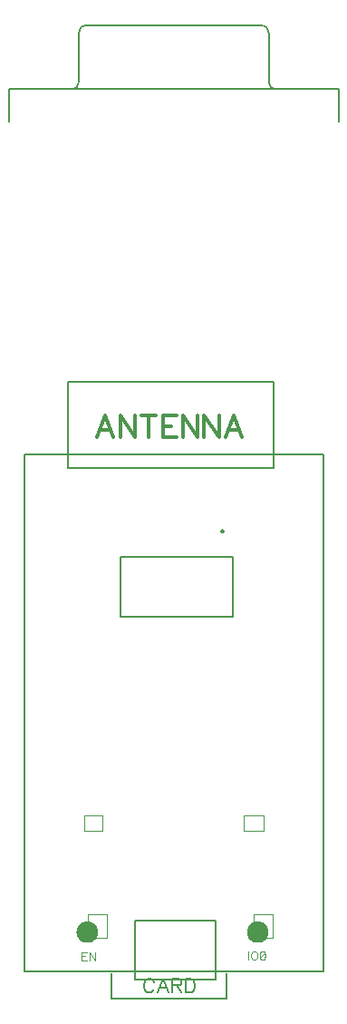
<source format=gbr>
G04 DipTrace 5.1.0.3*
G04 TopAssembly.gbr*
%MOIN*%
G04 #@! TF.FileFunction,Drawing,Top*
G04 #@! TF.Part,Single*
%ADD13C,0.005*%
%ADD25C,0.000013*%
%ADD62C,0.004632*%
%ADD65C,0.00772*%
%ADD66C,0.012351*%
%FSLAX26Y26*%
G04*
G70*
G90*
G75*
G01*
G04 TopAssy*
%LPD*%
X412764Y3518438D2*
D13*
Y3637173D1*
X1625362D2*
Y3518438D1*
X1368292Y3844868D2*
G03X1340402Y3872396I-26326J1220D01*
G01*
X1368292Y3663832D2*
G03X1394969Y3636303I26054J-1442D01*
G01*
X697725Y3872396D2*
G03X669835Y3844868I-1564J-26308D01*
G01*
X643158Y3636303D2*
G03X669108Y3662165I2615J23326D01*
G01*
X1368292Y3663832D2*
Y3844868D1*
X669835Y3663832D2*
Y3844868D1*
X412764Y3636303D2*
X1625362Y3637173D1*
X697725Y3872396D2*
X1340402D1*
X791189Y387690D2*
Y293225D1*
X1212452D1*
Y387690D1*
X690280Y967516D2*
D25*
X757529D1*
Y911178D1*
X690280D1*
Y967516D1*
X1277272Y967800D2*
X1348339D1*
Y911603D1*
X1277272D1*
Y967800D1*
X1314609Y605107D2*
X1382761D1*
Y517871D1*
X1314609D1*
Y605107D1*
X703327Y604894D2*
X771549D1*
Y517871D1*
X703327D1*
Y604894D1*
X848236Y574705D2*
D3*
X1163108Y575768D2*
D3*
X468702Y393766D2*
D13*
X1568702D1*
Y2293628D1*
X468702D1*
Y393766D1*
X631172Y2243498D2*
X1387423D1*
Y2562523D1*
X631172D1*
Y2243498D1*
G36*
X740183Y539176D2*
X739845Y534028D1*
X738839Y528969D1*
X737181Y524085D1*
X734899Y519458D1*
X732033Y515169D1*
X728632Y511291D1*
X724754Y507890D1*
X720465Y505024D1*
X715839Y502742D1*
X710954Y501084D1*
X705895Y500078D1*
X700748Y499741D1*
X695600Y500078D1*
X690541Y501084D1*
X685656Y502742D1*
X681030Y505024D1*
X676741Y507890D1*
X672863Y511291D1*
X669462Y515169D1*
X666596Y519458D1*
X664314Y524085D1*
X662656Y528969D1*
X661650Y534028D1*
X661313Y539176D1*
X661312Y539237D1*
X661650Y544385D1*
X662656Y549444D1*
X664314Y554329D1*
X666596Y558955D1*
X669462Y563244D1*
X672863Y567122D1*
X676741Y570523D1*
X681030Y573389D1*
X685656Y575671D1*
X690541Y577329D1*
X695600Y578335D1*
X700748Y578672D1*
X705895Y578335D1*
X710954Y577329D1*
X715839Y575671D1*
X720465Y573389D1*
X724754Y570523D1*
X728632Y567122D1*
X732033Y563244D1*
X734899Y558955D1*
X737181Y554329D1*
X738839Y549444D1*
X739845Y544385D1*
X740183Y539237D1*
Y539176D1*
G37*
G36*
X1367183Y538846D2*
X1366846Y533713D1*
X1365843Y528667D1*
X1364189Y523796D1*
X1361914Y519183D1*
X1359056Y514906D1*
X1355664Y511038D1*
X1351797Y507647D1*
X1347520Y504789D1*
X1342906Y502514D1*
X1338035Y500860D1*
X1332990Y499857D1*
X1327857Y499520D1*
X1322724Y499857D1*
X1317679Y500860D1*
X1312808Y502514D1*
X1308194Y504789D1*
X1303917Y507647D1*
X1300050Y511038D1*
X1296658Y514906D1*
X1293800Y519183D1*
X1291525Y523796D1*
X1289872Y528668D1*
X1288868Y533713D1*
X1288532Y538846D1*
Y539127D1*
X1288868Y544260D1*
X1289872Y549305D1*
X1291525Y554176D1*
X1293800Y558789D1*
X1296658Y563066D1*
X1300050Y566934D1*
X1303917Y570325D1*
X1308194Y573183D1*
X1312808Y575458D1*
X1317679Y577112D1*
X1322724Y578116D1*
X1327857Y578452D1*
X1332990Y578116D1*
X1338035Y577112D1*
X1342906Y575458D1*
X1347520Y573183D1*
X1351797Y570325D1*
X1355664Y566934D1*
X1359056Y563066D1*
X1361914Y558789D1*
X1364189Y554176D1*
X1365843Y549305D1*
X1366846Y544260D1*
X1367183Y539127D1*
Y538846D1*
G37*
X876142Y363864D2*
D13*
X1171492D1*
Y580651D1*
X876142D1*
Y363864D1*
X824739Y1919157D2*
X1238125D1*
Y1698684D1*
X824739D1*
Y1919157D1*
G36*
X1197967Y2019944D2*
X1198995Y2019877D1*
X1200005Y2019676D1*
X1200981Y2019345D1*
X1201904Y2018889D1*
X1202761Y2018317D1*
X1203535Y2017638D1*
X1204214Y2016863D1*
X1204786Y2016007D1*
X1205242Y2015083D1*
X1205573Y2014108D1*
X1205774Y2013098D1*
X1205841Y2012070D1*
X1205774Y2011042D1*
X1205573Y2010032D1*
X1205242Y2009057D1*
X1204786Y2008133D1*
X1204214Y2007277D1*
X1203535Y2006502D1*
X1202761Y2005823D1*
X1201904Y2005251D1*
X1200981Y2004795D1*
X1200005Y2004464D1*
X1198995Y2004263D1*
X1197967Y2004196D1*
D1*
X1196940Y2004263D1*
X1195929Y2004464D1*
X1194954Y2004795D1*
X1194030Y2005251D1*
X1193174Y2005823D1*
X1192400Y2006502D1*
X1191720Y2007277D1*
X1191148Y2008133D1*
X1190693Y2009057D1*
X1190362Y2010032D1*
X1190161Y2011042D1*
X1190093Y2012070D1*
X1190161Y2013098D1*
X1190362Y2014108D1*
X1190693Y2015083D1*
X1191148Y2016007D1*
X1191720Y2016863D1*
X1192400Y2017638D1*
X1193174Y2018317D1*
X1194030Y2018889D1*
X1194954Y2019345D1*
X1195929Y2019676D1*
X1196940Y2019877D1*
X1197967Y2019944D1*
D1*
G37*
X945083Y354895D2*
D65*
X942706Y359648D1*
X937898Y364457D1*
X933145Y366833D1*
X923583D1*
X918775Y364457D1*
X914021Y359648D1*
X911590Y354895D1*
X909213Y347710D1*
Y335716D1*
X911590Y328587D1*
X914021Y323778D1*
X918775Y319025D1*
X923583Y316593D1*
X933145D1*
X937898Y319025D1*
X942706Y323778D1*
X945083Y328587D1*
X998824Y316593D2*
X979645Y366833D1*
X960522Y316593D1*
X967707Y333340D2*
X991639D1*
X1014263Y342901D2*
X1035763D1*
X1042948Y345333D1*
X1045380Y347710D1*
X1047757Y352463D1*
Y357272D1*
X1045380Y362025D1*
X1042948Y364457D1*
X1035763Y366833D1*
X1014263D1*
Y316593D1*
X1031010Y342901D2*
X1047757Y316593D1*
X1063196Y366833D2*
Y316593D1*
X1079942D1*
X1087127Y319025D1*
X1091936Y323778D1*
X1094313Y328587D1*
X1096689Y335716D1*
Y347710D1*
X1094313Y354895D1*
X1091936Y359648D1*
X1087127Y364457D1*
X1079942Y366833D1*
X1063196D1*
X797301Y2356725D2*
D66*
X766616Y2437109D1*
X736018Y2356725D1*
X747514Y2383520D2*
X785805D1*
X875593Y2437109D2*
Y2356725D1*
X822004Y2437109D1*
Y2356725D1*
X927091Y2437109D2*
Y2356725D1*
X900296Y2437109D2*
X953886D1*
X1028287D2*
X978588D1*
Y2356725D1*
X1028287D1*
X978588Y2398819D2*
X1009186D1*
X1106579Y2437109D2*
Y2356725D1*
X1052989Y2437109D1*
Y2356725D1*
X1184871Y2437109D2*
Y2356725D1*
X1131282Y2437109D1*
Y2356725D1*
X1270857D2*
X1240171Y2437109D1*
X1209574Y2356725D1*
X1221070Y2383520D2*
X1259361D1*
X699645Y465820D2*
D62*
X681008D1*
Y435676D1*
X699645D1*
X681008Y451461D2*
X692482D1*
X729004Y465820D2*
Y435676D1*
X708908Y465820D1*
Y435676D1*
X1294479Y467799D2*
Y437655D1*
X1312364Y467799D2*
X1309479Y466373D1*
X1306627Y463488D1*
X1305168Y460636D1*
X1303742Y456325D1*
Y449129D1*
X1305168Y444851D1*
X1306627Y441966D1*
X1309479Y439114D1*
X1312364Y437655D1*
X1318101D1*
X1320953Y439114D1*
X1323838Y441966D1*
X1325264Y444851D1*
X1326690Y449129D1*
Y456325D1*
X1325264Y460636D1*
X1323838Y463488D1*
X1320953Y466373D1*
X1318101Y467799D1*
X1312364D1*
X1344576Y467766D2*
X1340265Y466340D1*
X1337380Y462029D1*
X1335954Y454866D1*
Y450555D1*
X1337380Y443392D1*
X1340265Y439081D1*
X1344576Y437655D1*
X1347428D1*
X1351739Y439081D1*
X1354591Y443392D1*
X1356050Y450555D1*
Y454866D1*
X1354591Y462029D1*
X1351739Y466340D1*
X1347428Y467766D1*
X1344576D1*
X1354591Y462029D2*
X1337380Y443392D1*
M02*

</source>
